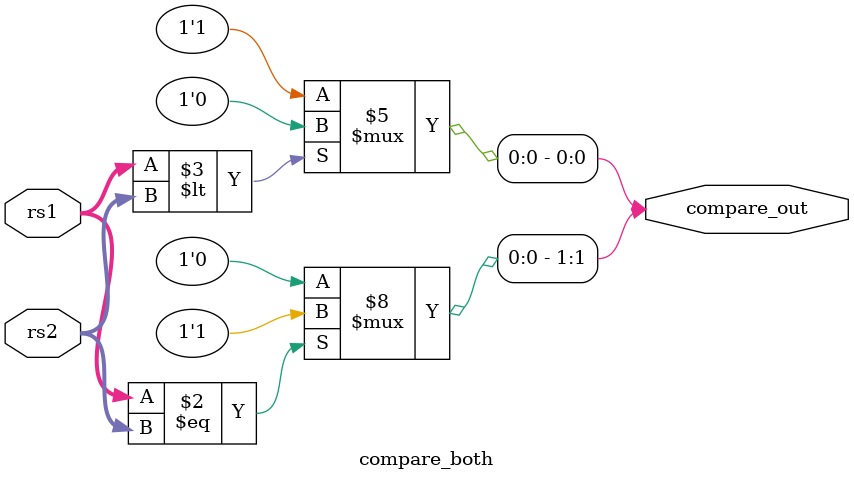
<source format=v>



module compare_both(

input [31:0] rs1,
input [31:0] rs2,
output reg [1:0] compare_out

);

always @ (*) begin

	if( rs1 == rs2 ) begin
		compare_out[1]=1;
	end
	
	else begin
		compare_out[1]=0;
	end
	
	if( rs1 < rs2 ) begin
		compare_out[0]=0;
	end
	
	else begin
		compare_out[0]=1;
	end

end 

endmodule


</source>
